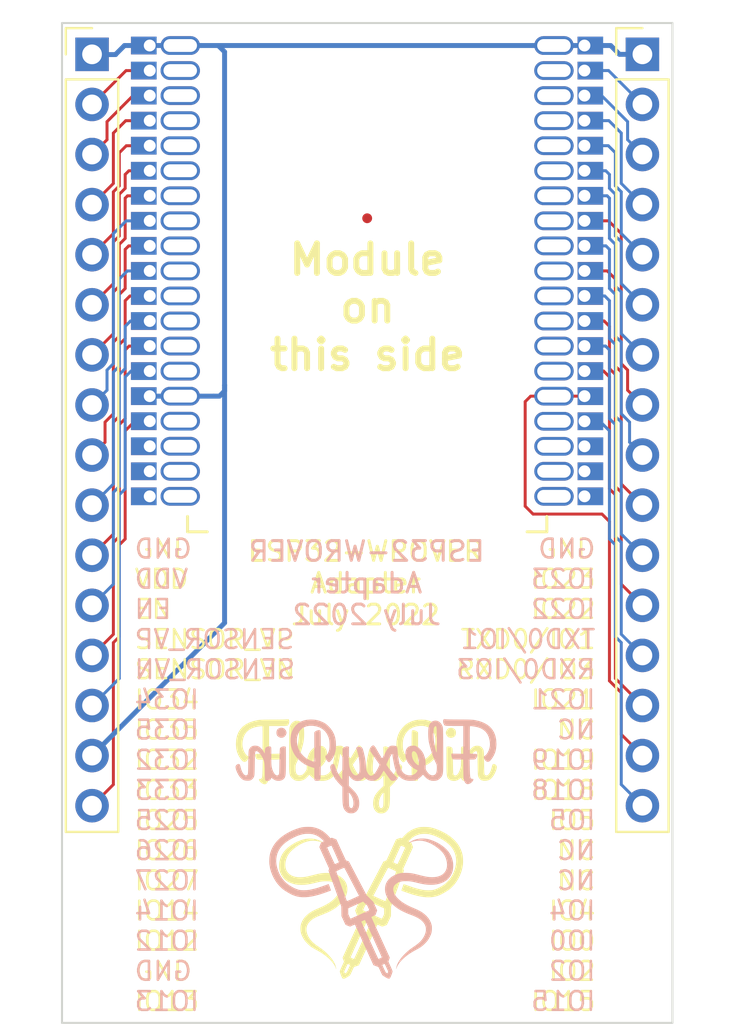
<source format=kicad_pcb>
(kicad_pcb (version 20211014) (generator pcbnew)
  (layers (0 "F.Cu" signal) (31 "B.Cu" signal) (34 "B.Paste" user) (35 "F.Paste" user) (36 "B.SilkS" user "B.Silkscreen") (37 "F.SilkS" user "F.Silkscreen") (38 "B.Mask" user) (39 "F.Mask" user) (44 "Edge.Cuts" user))
  (net 0 "")
  (net 1 "/GND")
  (net 2 "/VDD")
  (net 3 "/EN")
  (net 4 "/SENSOR_VP")
  (net 5 "/SENSOR_VN")
  (net 6 "/IO34")
  (net 7 "/IO35")
  (net 8 "/IO32")
  (net 9 "/IO33")
  (net 10 "/IO25")
  (net 11 "/IO26")
  (net 12 "/IO27")
  (net 13 "/IO14")
  (net 14 "/IO12")
  (net 15 "/IO13")
  (net 16 "/IO15")
  (net 17 "/IO2")
  (net 18 "/IO23")
  (net 19 "/IO22")
  (net 20 "/TXD0{slash}IO1")
  (net 21 "/RXD0{slash}IO3")
  (net 22 "/IO21")
  (net 23 "/NC")
  (net 24 "/IO19")
  (net 25 "/IO18")
  (net 26 "/IO5")
  (net 27 "/IO16")
  (net 28 "/IO4")
  (net 29 "/IO0")
  (net 33 "/IO17")
  (footprint "Connector_PinHeader_2.54mm:PinHeader_1x16_P2.54mm_Vertical" (layer "F.Cu") (at 162.052 81.788)
    (fp_text reference "J22" hide)
    (fp_text value "Conn_01x16")
    (pad "1" thru_hole rect (at 0 0) (size 1.7 1.7) (drill 1) (layers *.Cu *.Mask) (net 1 "/GND"))
    (pad "2" thru_hole oval (at 0 2.54) (size 1.7 1.7) (drill 1) (layers *.Cu *.Mask) (net 18 "/IO23"))
    (pad "3" thru_hole oval (at 0 5.08) (size 1.7 1.7) (drill 1) (layers *.Cu *.Mask) (net 19 "/IO22"))
    (pad "4" thru_hole oval (at 0 7.62) (size 1.7 1.7) (drill 1) (layers *.Cu *.Mask) (net 20 "/TXD0{slash}IO1"))
    (pad "5" thru_hole oval (at 0 10.16) (size 1.7 1.7) (drill 1) (layers *.Cu *.Mask) (net 21 "/RXD0{slash}IO3"))
    (pad "6" thru_hole oval (at 0 12.7) (size 1.7 1.7) (drill 1) (layers *.Cu *.Mask) (net 22 "/IO21"))
    (pad "7" thru_hole oval (at 0 15.24) (size 1.7 1.7) (drill 1) (layers *.Cu *.Mask) (net 23 "/NC"))
    (pad "8" thru_hole oval (at 0 17.78) (size 1.7 1.7) (drill 1) (layers *.Cu *.Mask) (net 24 "/IO19"))
    (pad "9" thru_hole oval (at 0 20.32) (size 1.7 1.7) (drill 1) (layers *.Cu *.Mask) (net 25 "/IO18"))
    (pad "10" thru_hole oval (at 0 22.86) (size 1.7 1.7) (drill 1) (layers *.Cu *.Mask) (net 26 "/IO5"))
    (pad "11" thru_hole oval (at 0 25.4) (size 1.7 1.7) (drill 1) (layers *.Cu *.Mask) (net 33 "/IO17"))
    (pad "12" thru_hole oval (at 0 27.94) (size 1.7 1.7) (drill 1) (layers *.Cu *.Mask) (net 27 "/IO16"))
    (pad "13" thru_hole oval (at 0 30.48) (size 1.7 1.7) (drill 1) (layers *.Cu *.Mask) (net 28 "/IO4"))
    (pad "14" thru_hole oval (at 0 33.02) (size 1.7 1.7) (drill 1) (layers *.Cu *.Mask) (net 29 "/IO0"))
    (pad "15" thru_hole oval (at 0 35.56) (size 1.7 1.7) (drill 1) (layers *.Cu *.Mask) (net 17 "/IO2"))
    (pad "16" thru_hole oval (at 0 38.1) (size 1.7 1.7) (drill 1) (layers *.Cu *.Mask) (net 16 "/IO15"))
  )
  (footprint "FlexyPin:FlexyPin_1x02_P1.27mm" (layer "F.Cu") (at 137.04 92.77)
    (fp_text reference "J4" hide)
    (fp_text value "Conn_01x02")
    (pad "" thru_hole oval (at 1.55 0 180) (size 2 0.95) (drill oval 1.7 0.65) (layers *.Cu *.Mask))
    (pad "" thru_hole oval (at 1.55 1.27 180) (size 2 0.95) (drill oval 1.7 0.65) (layers *.Cu *.Mask))
    (pad "1" thru_hole rect (at 0 0) (size 1.3 0.9) (drill 0.6 (offset -0.3 0)) (layers *.Cu *.Mask) (net 10 "/IO25"))
    (pad "2" thru_hole rect (at 0 1.27) (size 1.3 0.9) (drill 0.6 (offset -0.3 0)) (layers *.Cu *.Mask) (net 11 "/IO26"))
  )
  (footprint "FlexyPin:FlexyPin_1x02_P1.27mm" (layer "F.Cu") (at 137.04 100.39)
    (fp_text reference "J7" hide)
    (fp_text value "Conn_01x02")
    (pad "" thru_hole oval (at 1.55 1.27 180) (size 2 0.95) (drill oval 1.7 0.65) (layers *.Cu *.Mask))
    (pad "" thru_hole oval (at 1.55 0 180) (size 2 0.95) (drill oval 1.7 0.65) (layers *.Cu *.Mask))
    (pad "1" thru_hole rect (at 0 0) (size 1.3 0.9) (drill 0.6 (offset -0.3 0)) (layers *.Cu *.Mask) (net 15 "/IO13"))
    (pad "2" thru_hole rect (at 0 1.27) (size 1.3 0.9) (drill 0.6 (offset -0.3 0)) (layers *.Cu *.Mask))
  )
  (footprint "Connector_PinHeader_2.54mm:PinHeader_1x16_P2.54mm_Vertical" (layer "F.Cu") (at 134.112 81.788)
    (fp_text reference "J1" hide)
    (fp_text value "Conn_01x16")
    (pad "1" thru_hole rect (at 0 0) (size 1.7 1.7) (drill 1) (layers *.Cu *.Mask) (net 1 "/GND"))
    (pad "2" thru_hole oval (at 0 2.54) (size 1.7 1.7) (drill 1) (layers *.Cu *.Mask) (net 2 "/VDD"))
    (pad "3" thru_hole oval (at 0 5.08) (size 1.7 1.7) (drill 1) (layers *.Cu *.Mask) (net 3 "/EN"))
    (pad "4" thru_hole oval (at 0 7.62) (size 1.7 1.7) (drill 1) (layers *.Cu *.Mask) (net 4 "/SENSOR_VP"))
    (pad "5" thru_hole oval (at 0 10.16) (size 1.7 1.7) (drill 1) (layers *.Cu *.Mask) (net 5 "/SENSOR_VN"))
    (pad "6" thru_hole oval (at 0 12.7) (size 1.7 1.7) (drill 1) (layers *.Cu *.Mask) (net 6 "/IO34"))
    (pad "7" thru_hole oval (at 0 15.24) (size 1.7 1.7) (drill 1) (layers *.Cu *.Mask) (net 7 "/IO35"))
    (pad "8" thru_hole oval (at 0 17.78) (size 1.7 1.7) (drill 1) (layers *.Cu *.Mask) (net 8 "/IO32"))
    (pad "9" thru_hole oval (at 0 20.32) (size 1.7 1.7) (drill 1) (layers *.Cu *.Mask) (net 9 "/IO33"))
    (pad "10" thru_hole oval (at 0 22.86) (size 1.7 1.7) (drill 1) (layers *.Cu *.Mask) (net 10 "/IO25"))
    (pad "11" thru_hole oval (at 0 25.4) (size 1.7 1.7) (drill 1) (layers *.Cu *.Mask) (net 11 "/IO26"))
    (pad "12" thru_hole oval (at 0 27.94) (size 1.7 1.7) (drill 1) (layers *.Cu *.Mask) (net 12 "/IO27"))
    (pad "13" thru_hole oval (at 0 30.48) (size 1.7 1.7) (drill 1) (layers *.Cu *.Mask) (net 13 "/IO14"))
    (pad "14" thru_hole oval (at 0 33.02) (size 1.7 1.7) (drill 1) (layers *.Cu *.Mask) (net 14 "/IO12"))
    (pad "15" thru_hole oval (at 0 35.56) (size 1.7 1.7) (drill 1) (layers *.Cu *.Mask) (net 1 "/GND"))
    (pad "16" thru_hole oval (at 0 38.1) (size 1.7 1.7) (drill 1) (layers *.Cu *.Mask) (net 15 "/IO13"))
  )
  (footprint "FlexyPin:FlexyPin_1x02_P1.27mm" (layer "F.Cu") (at 137.04 95.31)
    (fp_text reference "J5" hide)
    (fp_text value "Conn_01x02")
    (pad "" thru_hole oval (at 1.55 1.27 180) (size 2 0.95) (drill oval 1.7 0.65) (layers *.Cu *.Mask))
    (pad "" thru_hole oval (at 1.55 0 180) (size 2 0.95) (drill oval 1.7 0.65) (layers *.Cu *.Mask))
    (pad "1" thru_hole rect (at 0 0) (size 1.3 0.9) (drill 0.6 (offset -0.3 0)) (layers *.Cu *.Mask) (net 12 "/IO27"))
    (pad "2" thru_hole rect (at 0 1.27) (size 1.3 0.9) (drill 0.6 (offset -0.3 0)) (layers *.Cu *.Mask) (net 13 "/IO14"))
  )
  (footprint "FlexyPin:FlexyPin_1x02_P1.27mm" (layer "F.Cu") (at 137.04 97.85)
    (fp_text reference "J6" hide)
    (fp_text value "Conn_01x02")
    (pad "" thru_hole oval (at 1.55 1.27 180) (size 2 0.95) (drill oval 1.7 0.65) (layers *.Cu *.Mask) (net 1 "/GND"))
    (pad "" thru_hole oval (at 1.55 0 180) (size 2 0.95) (drill oval 1.7 0.65) (layers *.Cu *.Mask))
    (pad "1" thru_hole rect (at 0 0) (size 1.3 0.9) (drill 0.6 (offset -0.3 0)) (layers *.Cu *.Mask) (net 14 "/IO12"))
    (pad "2" thru_hole rect (at 0 1.27) (size 1.3 0.9) (drill 0.6 (offset -0.3 0)) (layers *.Cu *.Mask) (net 1 "/GND"))
  )
  (footprint "FlexyPin:FlexyPin_1x02_P1.27mm" (layer "F.Cu") (at 137.04 82.61)
    (fp_text reference "J24" hide)
    (fp_text value "Conn_01x02")
    (pad "" thru_hole oval (at 1.55 1.27 180) (size 2 0.95) (drill oval 1.7 0.65) (layers *.Cu *.Mask))
    (pad "" thru_hole oval (at 1.55 0 180) (size 2 0.95) (drill oval 1.7 0.65) (layers *.Cu *.Mask))
    (pad "1" thru_hole rect (at 0 0) (size 1.3 0.9) (drill 0.6 (offset -0.3 0)) (layers *.Cu *.Mask) (net 2 "/VDD"))
    (pad "2" thru_hole rect (at 0 1.27) (size 1.3 0.9) (drill 0.6 (offset -0.3 0)) (layers *.Cu *.Mask) (net 3 "/EN"))
  )
  (footprint "FlexyPin:FlexyPin_1x02_P1.27mm" (layer "F.Cu") (at 159.1126 94.04 180)
    (fp_text reference "J17" hide)
    (fp_text value "Conn_01x02")
    (pad "" thru_hole oval (at 1.55 1.27) (size 2 0.95) (drill oval 1.7 0.65) (layers *.Cu *.Mask))
    (pad "" thru_hole oval (at 1.55 0) (size 2 0.95) (drill oval 1.7 0.65) (layers *.Cu *.Mask))
    (pad "1" thru_hole rect (at 0 0 180) (size 1.3 0.9) (drill 0.6 (offset -0.3 0)) (layers *.Cu *.Mask) (net 33 "/IO17"))
    (pad "2" thru_hole rect (at 0 1.27 180) (size 1.3 0.9) (drill 0.6 (offset -0.3 0)) (layers *.Cu *.Mask) (net 26 "/IO5"))
  )
  (footprint "LOGO" (layer "F.Cu") (at 148.05 117.893522)
    (fp_text reference "G***" hide)
    (fp_text value "LOGO" hide)
  )
  (footprint "FlexyPin:FlexyPin_1x02_P1.27mm" (layer "F.Cu") (at 159.11 86.42 180)
    (fp_text reference "J27" hide)
    (fp_text value "Conn_01x02")
    (pad "" thru_hole oval (at 1.55 1.27) (size 2 0.95) (drill oval 1.7 0.65) (layers *.Cu *.Mask))
    (pad "" thru_hole oval (at 1.55 0) (size 2 0.95) (drill oval 1.7 0.65) (layers *.Cu *.Mask))
    (pad "1" thru_hole rect (at 0 0 180) (size 1.3 0.9) (drill 0.6 (offset -0.3 0)) (layers *.Cu *.Mask) (net 21 "/RXD0{slash}IO3"))
    (pad "2" thru_hole rect (at 0 1.27 180) (size 1.3 0.9) (drill 0.6 (offset -0.3 0)) (layers *.Cu *.Mask) (net 20 "/TXD0{slash}IO1"))
  )
  (footprint "FlexyPin:FlexyPin_1x02_P1.27mm" (layer "F.Cu") (at 159.1126 91.5 180)
    (fp_text reference "J16" hide)
    (fp_text value "Conn_01x02")
    (pad "" thru_hole oval (at 1.55 0) (size 2 0.95) (drill oval 1.7 0.65) (layers *.Cu *.Mask))
    (pad "" thru_hole oval (at 1.55 1.27) (size 2 0.95) (drill oval 1.7 0.65) (layers *.Cu *.Mask))
    (pad "1" thru_hole rect (at 0 0 180) (size 1.3 0.9) (drill 0.6 (offset -0.3 0)) (layers *.Cu *.Mask) (net 25 "/IO18"))
    (pad "2" thru_hole rect (at 0 1.27 180) (size 1.3 0.9) (drill 0.6 (offset -0.3 0)) (layers *.Cu *.Mask) (net 24 "/IO19"))
  )
  (footprint "FlexyPin:FlexyPin_1x02_P1.27mm" (layer "F.Cu") (at 159.1126 96.58 180)
    (fp_text reference "J18" hide)
    (fp_text value "Conn_01x02")
    (pad "" thru_hole oval (at 1.55 1.27) (size 2 0.95) (drill oval 1.7 0.65) (layers *.Cu *.Mask))
    (pad "" thru_hole oval (at 1.55 0) (size 2 0.95) (drill oval 1.7 0.65) (layers *.Cu *.Mask))
    (pad "1" thru_hole rect (at 0 0 180) (size 1.3 0.9) (drill 0.6 (offset -0.3 0)) (layers *.Cu *.Mask) (net 28 "/IO4"))
    (pad "2" thru_hole rect (at 0 1.27 180) (size 1.3 0.9) (drill 0.6 (offset -0.3 0)) (layers *.Cu *.Mask) (net 27 "/IO16"))
  )
  (footprint "FlexyPin:FlexyPin_1x02_P1.27mm" (layer "F.Cu") (at 159.1126 99.12 180)
    (fp_text reference "J19" hide)
    (fp_text value "Conn_01x02")
    (pad "" thru_hole oval (at 1.55 0) (size 2 0.95) (drill oval 1.7 0.65) (layers *.Cu *.Mask) (net 17 "/IO2"))
    (pad "" thru_hole oval (at 1.55 1.27) (size 2 0.95) (drill oval 1.7 0.65) (layers *.Cu *.Mask))
    (pad "1" thru_hole rect (at 0 0 180) (size 1.3 0.9) (drill 0.6 (offset -0.3 0)) (layers *.Cu *.Mask) (net 17 "/IO2"))
    (pad "2" thru_hole rect (at 0 1.27 180) (size 1.3 0.9) (drill 0.6 (offset -0.3 0)) (layers *.Cu *.Mask) (net 29 "/IO0"))
  )
  (footprint "FlexyPin:FlexyPin_1x02_P1.27mm" (layer "F.Cu") (at 137.04 87.69)
    (fp_text reference "J2" hide)
    (fp_text value "Conn_01x02")
    (pad "" thru_hole oval (at 1.55 0 180) (size 2 0.95) (drill oval 1.7 0.65) (layers *.Cu *.Mask))
    (pad "" thru_hole oval (at 1.55 1.27 180) (size 2 0.95) (drill oval 1.7 0.65) (layers *.Cu *.Mask))
    (pad "1" thru_hole rect (at 0 0) (size 1.3 0.9) (drill 0.6 (offset -0.3 0)) (layers *.Cu *.Mask) (net 6 "/IO34"))
    (pad "2" thru_hole rect (at 0 1.27) (size 1.3 0.9) (drill 0.6 (offset -0.3 0)) (layers *.Cu *.Mask) (net 7 "/IO35"))
  )
  (footprint "FlexyPin:FlexyPin_1x02_P1.27mm" (layer "F.Cu") (at 137.04 90.23)
    (fp_text reference "J3" hide)
    (fp_text value "Conn_01x02")
    (pad "" thru_hole oval (at 1.55 1.27 180) (size 2 0.95) (drill oval 1.7 0.65) (layers *.Cu *.Mask))
    (pad "" thru_hole oval (at 1.55 0 180) (size 2 0.95) (drill oval 1.7 0.65) (layers *.Cu *.Mask))
    (pad "1" thru_hole rect (at 0 0) (size 1.3 0.9) (drill 0.6 (offset -0.3 0)) (layers *.Cu *.Mask) (net 8 "/IO32"))
    (pad "2" thru_hole rect (at 0 1.27) (size 1.3 0.9) (drill 0.6 (offset -0.3 0)) (layers *.Cu *.Mask) (net 9 "/IO33"))
  )
  (footprint "FlexyPin:FlexyPin_1x01_P1.27mm" (layer "F.Cu") (at 137.04 81.34)
    (fp_text reference "J12" hide)
    (fp_text value "Conn_01x01")
    (pad "" thru_hole oval locked (at 1.55 0) (size 2 0.95) (drill oval 1.7 0.65) (layers *.Cu *.Mask) (net 1 "/GND"))
    (pad "1" thru_hole rect locked (at 0 0) (size 1.3 0.9) (drill 0.6 (offset -0.3 0)) (layers *.Cu *.Mask) (net 1 "/GND"))
  )
  (footprint "FlexyPin:FlexyPin_1x02_P1.27mm" (layer "F.Cu") (at 159.1126 104.2 180)
    (fp_text reference "J21" hide)
    (fp_text value "Conn_01x02")
    (pad "" thru_hole oval (at 1.55 0) (size 2 0.95) (drill oval 1.7 0.65) (layers *.Cu *.Mask))
    (pad "" thru_hole oval (at 1.55 1.27) (size 2 0.95) (drill oval 1.7 0.65) (layers *.Cu *.Mask))
    (pad "1" thru_hole rect (at 0 0 180) (size 1.3 0.9) (drill 0.6 (offset -0.3 0)) (layers *.Cu *.Mask))
    (pad "2" thru_hole rect (at 0 1.27 180) (size 1.3 0.9) (drill 0.6 (offset -0.3 0)) (layers *.Cu *.Mask))
  )
  (footprint "Symbols_Extra:SolderParty-New-Logo_10x8.5mm_SilkScreen" (layer "F.Cu") (at 148.6 124.493522)
    (fp_text reference "G***" hide)
    (fp_text value "LOGO" hide)
  )
  (footprint "Fiducial:Fiducial_0.5mm_Mask1.5mm" (layer "F.Cu") (at 148.08 90.1)
    (fp_text reference "REF**" hide)
    (fp_text value "Fiducial_0.5mm_Mask1.5mm")
    (pad "" smd circle (at 0 0) (size 0.5 0.5) (layers "F.Cu") (clearance 0.5))
  )
  (footprint "FlexyPin:FlexyPin_1x02_P1.27mm" (layer "F.Cu") (at 159.1126 88.96 180)
    (fp_text reference "J15" hide)
    (fp_text value "Conn_01x02")
    (pad "" thru_hole oval (at 1.55 1.27) (size 2 0.95) (drill oval 1.7 0.65) (layers *.Cu *.Mask))
    (pad "" thru_hole oval (at 1.55 0) (size 2 0.95) (drill oval 1.7 0.65) (layers *.Cu *.Mask))
    (pad "1" thru_hole rect (at 0 0 180) (size 1.3 0.9) (drill 0.6 (offset -0.3 0)) (layers *.Cu *.Mask) (net 23 "/NC"))
    (pad "2" thru_hole rect (at 0 1.27 180) (size 1.3 0.9) (drill 0.6 (offset -0.3 0)) (layers *.Cu *.Mask) (net 22 "/IO21"))
  )
  (footprint "FlexyPin:FlexyPin_1x02_P1.27mm" (layer "F.Cu") (at 137.04 102.93)
    (fp_text reference "J8" hide)
    (fp_text value "Conn_01x02")
    (pad "" thru_hole oval (at 1.55 0 180) (size 2 0.95) (drill oval 1.7 0.65) (layers *.Cu *.Mask))
    (pad "" thru_hole oval (at 1.55 1.27 180) (size 2 0.95) (drill oval 1.7 0.65) (layers *.Cu *.Mask))
    (pad "1" thru_hole rect (at 0 0) (size 1.3 0.9) (drill 0.6 (offset -0.3 0)) (layers *.Cu *.Mask))
    (pad "2" thru_hole rect (at 0 1.27) (size 1.3 0.9) (drill 0.6 (offset -0.3 0)) (layers *.Cu *.Mask))
  )
  (footprint "FlexyPin:FlexyPin_1x02_P1.27mm" (layer "F.Cu") (at 159.11 83.88 180)
    (fp_text reference "J25" hide)
    (fp_text value "Conn_01x02")
    (pad "" thru_hole oval (at 1.55 0) (size 2 0.95) (drill oval 1.7 0.65) (layers *.Cu *.Mask))
    (pad "" thru_hole oval (at 1.55 1.27) (size 2 0.95) (drill oval 1.7 0.65) (layers *.Cu *.Mask))
    (pad "1" thru_hole rect (at 0 0 180) (size 1.3 0.9) (drill 0.6 (offset -0.3 0)) (layers *.Cu *.Mask) (net 19 "/IO22"))
    (pad "2" thru_hole rect (at 0 1.27 180) (size 1.3 0.9) (drill 0.6 (offset -0.3 0)) (layers *.Cu *.Mask) (net 18 "/IO23"))
  )
  (footprint "FlexyPin:FlexyPin_1x02_P1.27mm" (layer "F.Cu") (at 159.1126 101.6645 180)
    (fp_text reference "J20" hide)
    (fp_text value "Conn_01x02")
    (pad "" thru_hole oval (at 1.55 1.27) (size 2 0.95) (drill oval 1.7 0.65) (layers *.Cu *.Mask))
    (pad "" thru_hole oval (at 1.55 0) (size 2 0.95) (drill oval 1.7 0.65) (layers *.Cu *.Mask))
    (pad "1" thru_hole rect (at 0 0 180) (size 1.3 0.9) (drill 0.6 (offset -0.3 0)) (layers *.Cu *.Mask))
    (pad "2" thru_hole rect (at 0 1.27 180) (size 1.3 0.9) (drill 0.6 (offset -0.3 0)) (layers *.Cu *.Mask) (net 16 "/IO15"))
  )
  (footprint "FlexyPin:FlexyPin_1x02_P1.27mm" (layer "F.Cu") (at 137.04 85.15)
    (fp_text reference "J26" hide)
    (fp_text value "Conn_01x02")
    (pad "" thru_hole oval (at 1.55 1.27 180) (size 2 0.95) (drill oval 1.7 0.65) (layers *.Cu *.Mask))
    (pad "" thru_hole oval (at 1.55 0 180) (size 2 0.95) (drill oval 1.7 0.65) (layers *.Cu *.Mask))
    (pad "1" thru_hole rect (at 0 0) (size 1.3 0.9) (drill 0.6 (offset -0.3 0)) (layers *.Cu *.Mask) (net 4 "/SENSOR_VP"))
    (pad "2" thru_hole rect (at 0 1.27) (size 1.3 0.9) (drill 0.6 (offset -0.3 0)) (layers *.Cu *.Mask) (net 5 "/SENSOR_VN"))
  )
  (footprint "FlexyPin:FlexyPin_1x01_P1.27mm" (layer "F.Cu") (at 159.11 81.34 180)
    (fp_text reference "J23" hide)
    (fp_text value "Conn_01x01")
    (pad "" thru_hole oval locked (at 1.55 0 180) (size 2 0.95) (drill oval 1.7 0.65) (layers *.Cu *.Mask) (net 1 "/GND"))
    (pad "1" thru_hole rect locked (at 0 0 180) (size 1.3 0.9) (drill 0.6 (offset -0.3 0)) (layers *.Cu *.Mask) (net 1 "/GND"))
  )
  (footprint "Symbols_Extra:SolderParty-New-Logo_10x8.5mm_SilkScreen" (layer "B.Cu") (at 147.457601 124.489671 180)
    (fp_text reference "G***" hide)
    (fp_text value "LOGO" hide)
  )
  (footprint "LOGO" (layer "B.Cu") (at 148.007601 117.889671 180)
    (fp_text reference "G***" hide)
    (fp_text value "LOGO" hide)
  )
  (gr_line (start 138.96 106) (end 139.96 106) (layer "F.SilkS") (width 0.15))
  (gr_line (start 138.96 105.22) (end 138.96 106) (layer "F.SilkS") (width 0.15))
  (gr_line (start 157.2 105.22) (end 157.2 106) (layer "F.SilkS") (width 0.15))
  (gr_line (start 157.2 106) (end 156.2 106) (layer "F.SilkS") (width 0.15))
  (gr_line (start 132.588 80.2) (end 163.576 80.2) (layer "Edge.Cuts") (width 0.1))
  (gr_line (start 163.576 130.9) (end 132.588 130.9) (layer "Edge.Cuts") (width 0.1))
  (gr_line (start 163.576 80.2) (end 163.576 130.9) (layer "Edge.Cuts") (width 0.1))
  (gr_line (start 132.588 130.9) (end 132.588 80.2) (layer "Edge.Cuts") (width 0.1))
  (gr_text "ESP32-WROVER\nAdapter\nJuly 2022" (at 148.057601 108.6) (layer "B.SilkS") (effects (font (size 1 1)) (justify mirror)))
  (gr_text "GND\nIO23\nIO22\nTXD0/IO1\nRXD0/IO3\nIO21\nNC\nIO19\nIO18\nIO5\nNC\nNC\nIO4\nIO0\nIO2\nIO15" (at 159.74499 118.334232) (layer "B.SilkS") (effects (font (size 0.95 0.95) (thickness 0.13)) (justify left mirror)))
  (gr_text "GND\nVDD\nEN\nSENSOR_VP\nSENSOR_VN\nIO34\nIO35\nIO32\nIO33\nIO25\nIO26\nIO27\nIO14\nIO12\nGND\nIO13" (at 136.192188 118.337437) (layer "B.SilkS") (effects (font (size 0.95 0.95) (thickness 0.13)) (justify right mirror)))
  (gr_text "Module\non\nthis side" (at 148.1 94.61) (layer "F.SilkS") (effects (font (size 1.5 1.5) (thickness 0.3) bold)))
  (gr_text "GND\nVDD\nEN\nSENSOR_VP\nSENSOR_VN\nIO34\nIO35\nIO32\nIO33\nIO25\nIO26\nIO27\nIO14\nIO12\nGND\nIO13" (at 136.2 118.337438) (layer "F.SilkS") (effects (font (size 0.95 0.95) (thickness 0.13)) (justify left)))
  (gr_text "GND\nIO23\nIO22\nTXD0/IO1\nRXD0/IO3\nIO21\nNC\nIO19\nIO18\nIO5\nNC\nNC\nIO4\nIO0\nIO2\nIO15" (at 159.75 118.337438) (layer "F.SilkS") (effects (font (size 0.95 0.95) (thickness 0.13)) (justify right)))
  (gr_text "ESP32-WROVER\nAdapter\nJuly 2022" (at 148 108.603851) (layer "F.SilkS") (effects (font (size 1 1))))
  (segment (start 140.84 98.56) (end 140.84 110.62) (width 0.25) (layer "B.Cu") (net 1))
  (segment (start 140.56 81.34) (end 140.56 81.38) (width 0.25) (layer "B.Cu") (net 1))
  (segment (start 140.28 99.12) (end 140.58 99.12) (width 0.25) (layer "B.Cu") (net 1))
  (segment (start 135.3 81.8) (end 135.76 81.34) (width 0.25) (layer "B.Cu") (net 1))
  (segment (start 140.56 81.38) (end 140.84 81.66) (width 0.25) (layer "B.Cu") (net 1))
  (segment (start 138.6 99.12) (end 140.29 99.12) (width 0.25) (layer "B.Cu") (net 1))
  (segment (start 135.76 81.34) (end 137.04 81.34) (width 0.25) (layer "B.Cu") (net 1))
  (segment (start 140.84 98.86) (end 140.84 98.56) (width 0.25) (layer "B.Cu") (net 1))
  (segment (start 140.84 98.56) (end 140.84 81.66) (width 0.25) (layer "B.Cu") (net 1))
  (segment (start 134.122 81.788) (end 134.134 81.8) (width 0.25) (layer "B.Cu") (net 1))
  (segment (start 162.052 81.788) (end 160.888 81.788) (width 0.25) (layer "B.Cu") (net 1))
  (segment (start 137.05 99.12) (end 138.6 99.12) (width 0.25) (layer "B.Cu") (net 1))
  (segment (start 160.888 81.788) (end 160.44 81.34) (width 0.25) (layer "B.Cu") (net 1))
  (segment (start 134.134 81.8) (end 135.31 81.8) (width 0.25) (layer "B.Cu") (net 1))
  (segment (start 140.58 99.12) (end 140.84 98.86) (width 0.25) (layer "B.Cu") (net 1))
  (segment (start 160.44 81.34) (end 159.11 81.34) (width 0.25) (layer "B.Cu") (net 1))
  (segment (start 140.84 81.34) (end 140.56 81.34) (width 0.25) (layer "B.Cu") (net 1))
  (segment (start 159.11 81.34) (end 140.84 81.34) (width 0.25) (layer "B.Cu") (net 1))
  (segment (start 140.84 110.62) (end 134.112 117.348) (width 0.25) (layer "B.Cu") (net 1))
  (segment (start 140.56 81.34) (end 137.04 81.34) (width 0.25) (layer "B.Cu") (net 1))
  (segment (start 137.062 82.612) (end 135.838 82.612) (width 0.15) (layer "F.Cu") (net 2))
  (segment (start 135.838 82.612) (end 134.12 84.33) (width 0.15) (layer "F.Cu") (net 2))
  (segment (start 134.872 85.202) (end 134.872 86.118) (width 0.15) (layer "F.Cu") (net 3))
  (segment (start 136.192 83.882) (end 134.872 85.202) (width 0.15) (layer "F.Cu") (net 3))
  (segment (start 134.872 86.118) (end 134.12 86.87) (width 0.15) (layer "F.Cu") (net 3))
  (segment (start 137.062 83.882) (end 136.192 83.882) (width 0.15) (layer "F.Cu") (net 3))
  (segment (start 137.062 85.152) (end 135.822 85.152) (width 0.15) (layer "F.Cu") (net 4))
  (segment (start 135.194511 88.335489) (end 134.12 89.41) (width 0.15) (layer "F.Cu") (net 4))
  (segment (start 135.194511 85.779489) (end 135.194511 88.335489) (width 0.15) (layer "F.Cu") (net 4))
  (segment (start 135.822 85.152) (end 135.194511 85.779489) (width 0.15) (layer "F.Cu") (net 4))
  (segment (start 135.852 86.422) (end 135.494031 86.779969) (width 0.15) (layer "F.Cu") (net 5))
  (segment (start 135.194511 88.759075) (end 135.194511 90.875489) (width 0.15) (layer "F.Cu") (net 5))
  (segment (start 137.062 86.422) (end 135.852 86.422) (width 0.15) (layer "F.Cu") (net 5))
  (segment (start 135.194511 90.875489) (end 134.12 91.95) (width 0.15) (layer "F.Cu") (net 5))
  (segment (start 135.494031 88.459555) (end 135.194511 88.759075) (width 0.15) (layer "F.Cu") (net 5))
  (segment (start 135.494031 86.779969) (end 135.494031 88.459555) (width 0.15) (layer "F.Cu") (net 5))
  (segment (start 137.0594 87.692) (end 135.982 87.692) (width 0.15) (layer "F.Cu") (net 6))
  (segment (start 135.982 87.692) (end 135.793551 87.880449) (width 0.15) (layer "F.Cu") (net 6))
  (segment (start 135.194511 91.299075) (end 135.194511 93.415489) (width 0.15) (layer "F.Cu") (net 6))
  (segment (start 135.793551 88.583621) (end 135.494031 88.883141) (width 0.15) (layer "F.Cu") (net 6))
  (segment (start 135.793551 87.880449) (end 135.793551 88.583621) (width 0.15) (layer "F.Cu") (net 6))
  (segment (start 135.194511 93.415489) (end 134.12 94.49) (width 0.15) (layer "F.Cu") (net 6))
  (segment (start 135.494031 88.883141) (end 135.494031 90.999555) (width 0.15) (layer "F.Cu") (net 6))
  (segment (start 135.494031 90.999555) (end 135.194511 91.299075) (width 0.15) (layer "F.Cu") (net 6))
  (segment (start 135.793551 91.123621) (end 135.494031 91.423141) (width 0.15) (layer "F.Cu") (net 7))
  (segment (start 137.0594 88.962) (end 135.912 88.962) (width 0.15) (layer "F.Cu") (net 7))
  (segment (start 135.194511 93.839075) (end 135.194511 95.955489) (width 0.15) (layer "F.Cu") (net 7))
  (segment (start 135.494031 91.423141) (end 135.494031 93.539554) (width 0.15) (layer "F.Cu") (net 7))
  (segment (start 135.194511 95.955489) (end 134.12 97.03) (width 0.15) (layer "F.Cu") (net 7))
  (segment (start 135.793551 89.080449) (end 135.793551 91.123621) (width 0.15) (layer "F.Cu") (net 7))
  (segment (start 135.494031 93.539554) (end 135.194511 93.839075) (width 0.15) (layer "F.Cu") (net 7))
  (segment (start 135.912 88.962) (end 135.793551 89.080449) (width 0.15) (layer "F.Cu") (net 7))
  (segment (start 134.12 99.57) (end 134.872 98.818) (width 0.15) (layer "B.Cu") (net 8))
  (segment (start 134.872 97.797589) (end 135.194511 97.475078) (width 0.15) (layer "B.Cu") (net 8))
  (segment (start 135.194511 90.879489) (end 135.842 90.232) (width 0.15) (layer "B.Cu") (net 8))
  (segment (start 135.194511 97.475078) (end 135.194511 90.879489) (width 0.15) (layer "B.Cu") (net 8))
  (segment (start 134.872 98.818) (end 134.872 97.797589) (width 0.15) (layer "B.Cu") (net 8))
  (segment (start 135.842 90.232) (end 137.0594 90.232) (width 0.15) (layer "B.Cu") (net 8))
  (segment (start 135.194511 96.379075) (end 135.494031 96.079555) (width 0.15) (layer "F.Cu") (net 9))
  (segment (start 135.494031 96.079555) (end 135.494031 93.963139) (width 0.15) (layer "F.Cu") (net 9))
  (segment (start 134.772 100.437589) (end 135.194511 100.015078) (width 0.15) (layer "F.Cu") (net 9))
  (segment (start 134.12 102.11) (end 134.772 101.458) (width 0.15) (layer "F.Cu") (net 9))
  (segment (start 135.972 91.502) (end 137.0594 91.502) (width 0.15) (layer "F.Cu") (net 9))
  (segment (start 135.793551 91.680449) (end 135.972 91.502) (width 0.15) (layer "F.Cu") (net 9))
  (segment (start 134.772 101.458) (end 134.772 100.437589) (width 0.15) (layer "F.Cu") (net 9))
  (segment (start 135.194511 100.015078) (end 135.194511 96.379075) (width 0.15) (layer "F.Cu") (net 9))
  (segment (start 135.494031 93.963139) (end 135.793551 93.663619) (width 0.15) (layer "F.Cu") (net 9))
  (segment (start 135.793551 93.663619) (end 135.793551 91.680449) (width 0.15) (layer "F.Cu") (net 9))
  (segment (start 135.194511 97.898663) (end 135.494031 97.599143) (width 0.15) (layer "B.Cu") (net 10))
  (segment (start 135.902 92.772) (end 137.0594 92.772) (width 0.15) (layer "B.Cu") (net 10))
  (segment (start 135.494031 97.599143) (end 135.494031 93.179969) (width 0.15) (layer "B.Cu") (net 10))
  (segment (start 135.494031 93.179969) (end 135.902 92.772) (width 0.15) (layer "B.Cu") (net 10))
  (segment (start 135.194511 103.575489) (end 135.194511 97.898663) (width 0.15) (layer "B.Cu") (net 10))
  (segment (start 134.12 104.65) (end 135.194511 103.575489) (width 0.15) (layer "B.Cu") (net 10))
  (segment (start 134.12 107.19) (end 135.194511 106.115489) (width 0.15) (layer "F.Cu") (net 11))
  (segment (start 135.194511 100.438664) (end 135.494031 100.139143) (width 0.15) (layer "F.Cu") (net 11))
  (segment (start 135.494031 100.139143) (end 135.494031 96.50314) (width 0.15) (layer "F.Cu") (net 11))
  (segment (start 135.194511 106.115489) (end 135.194511 100.438664) (width 0.15) (layer "F.Cu") (net 11))
  (segment (start 136.032 94.042) (end 137.0594 94.042) (width 0.15) (layer "F.Cu") (net 11))
  (segment (start 135.494031 96.50314) (end 135.793551 96.20362) (width 0.15) (layer "F.Cu") (net 11))
  (segment (start 135.793551 94.280449) (end 136.032 94.042) (width 0.15) (layer "F.Cu") (net 11))
  (segment (start 135.793551 96.20362) (end 135.793551 94.280449) (width 0.15) (layer "F.Cu") (net 11))
  (segment (start 135.494031 103.699555) (end 135.194511 103.999075) (width 0.15) (layer "B.Cu") (net 12))
  (segment (start 135.793551 97.723209) (end 135.494031 98.022729) (width 0.15) (layer "B.Cu") (net 12))
  (segment (start 137.0594 95.312) (end 136.062 95.312) (width 0.15) (layer "B.Cu") (net 12))
  (segment (start 135.194511 103.999075) (end 135.194511 108.655489) (width 0.15) (layer "B.Cu") (net 12))
  (segment (start 135.194511 108.655489) (end 134.12 109.73) (width 0.15) (layer "B.Cu") (net 12))
  (segment (start 135.494031 98.022729) (end 135.494031 103.699555) (width 0.15) (layer "B.Cu") (net 12))
  (segment (start 135.793551 95.580449) (end 135.793551 97.723209) (width 0.15) (layer "B.Cu") (net 12))
  (segment (start 136.062 95.312) (end 135.793551 95.580449) (width 0.15) (layer "B.Cu") (net 12))
  (segment (start 135.79355 100.26321) (end 135.793551 96.780449) (width 0.15) (layer "F.Cu") (net 13))
  (segment (start 135.194511 106.539075) (end 135.494031 106.239554) (width 0.15) (layer "F.Cu") (net 13))
  (segment (start 135.793551 96.780449) (end 135.992 96.582) (width 0.15) (layer "F.Cu") (net 13))
  (segment (start 134.12 112.27) (end 135.194511 111.195489) (width 0.15) (layer "F.Cu") (net 13))
  (segment (start 135.494031 106.239554) (end 135.494031 100.562729) (width 0.15) (layer "F.Cu") (net 13))
  (segment (start 135.194511 111.195489) (end 135.194511 106.539075) (width 0.15) (layer "F.Cu") (net 13))
  (segment (start 135.992 96.582) (end 137.0594 96.582) (width 0.15) (layer "F.Cu") (net 13))
  (segment (start 135.494031 100.562729) (end 135.79355 100.26321) (width 0.15) (layer "F.Cu") (net 13))
  (segment (start 135.793551 103.823621) (end 135.494031 104.12314) (width 0.15) (layer "B.Cu") (net 14))
  (segment (start 136.088346 97.852) (end 135.793551 98.146795) (width 0.15) (layer "B.Cu") (net 14))
  (segment (start 135.494031 104.12314) (end 135.494031 113.435969) (width 0.15) (layer "B.Cu") (net 14))
  (segment (start 137.0594 97.852) (end 136.088346 97.852) (width 0.15) (layer "B.Cu") (net 14))
  (segment (start 135.793551 98.146795) (end 135.793551 103.823621) (width 0.15) (layer "B.Cu") (net 14))
  (segment (start 135.494031 113.435969) (end 134.12 114.81) (width 0.15) (layer "B.Cu") (net 14))
  (segment (start 135.494031 111.319555) (end 135.194511 111.619075) (width 0.15) (layer "F.Cu") (net 15))
  (segment (start 135.194511 111.619075) (end 135.194511 118.815489) (width 0.15) (layer "F.Cu") (net 15))
  (segment (start 135.793551 106.363619) (end 135.494031 106.663139) (width 0.15) (layer "F.Cu") (net 15))
  (segment (start 135.194511 118.815489) (end 134.12 119.89) (width 0.15) (layer "F.Cu") (net 15))
  (segment (start 136.2775 100.3965) (end 135.793551 100.880449) (width 0.15) (layer "F.Cu") (net 15))
  (segment (start 137.0594 100.3965) (end 136.2775 100.3965) (width 0.15) (layer "F.Cu") (net 15))
  (segment (start 135.793551 100.880449) (end 135.793551 106.363619) (width 0.15) (layer "F.Cu") (net 15))
  (segment (start 135.494031 106.663139) (end 135.494031 111.319555) (width 0.15) (layer "F.Cu") (net 15))
  (segment (start 160.677969 111.317555) (end 160.977489 111.617075) (width 0.15) (layer "B.Cu") (net 16))
  (segment (start 160.977489 111.617075) (end 160.977489 118.813489) (width 0.15) (layer "B.Cu") (net 16))
  (segment (start 160.378449 100.878449) (end 160.378449 106.361619) (width 0.15) (layer "B.Cu") (net 16))
  (segment (start 160.677969 106.661139) (end 160.677969 111.317555) (width 0.15) (layer "B.Cu") (net 16))
  (segment (start 160.977489 118.813489) (end 162.052 119.888) (width 0.15) (layer "B.Cu") (net 16))
  (segment (start 159.1126 100.3945) (end 159.8945 100.3945) (width 0.15) (layer "B.Cu") (net 16))
  (segment (start 159.8945 100.3945) (end 160.378449 100.878449) (width 0.15) (layer "B.Cu") (net 16))
  (segment (start 160.378449 106.361619) (end 160.677969 106.661139) (width 0.15) (layer "B.Cu") (net 16))
  (segment (start 156.1 99.4) (end 156.1 104.7) (width 0.15) (layer "F.Cu") (net 17))
  (segment (start 160.977489 116.273489) (end 162.052 117.348) (width 0.15) (layer "F.Cu") (net 17))
  (segment (start 156.1 104.7) (end 156.5 105.1) (width 0.15) (layer "F.Cu") (net 17))
  (segment (start 160.977489 114.157075) (end 160.977489 116.273489) (width 0.15) (layer "F.Cu") (net 17))
  (segment (start 156.5 105.1) (end 160 105.1) (width 0.15) (layer "F.Cu") (net 17))
  (segment (start 157.5626 99.12) (end 156.38 99.12) (width 0.15) (layer "F.Cu") (net 17))
  (segment (start 160 105.1) (end 160.378449 105.478449) (width 0.15) (layer "F.Cu") (net 17))
  (segment (start 160.378449 113.558035) (end 160.977489 114.157075) (width 0.15) (layer "F.Cu") (net 17))
  (segment (start 160.378449 105.478449) (end 160.378449 113.558035) (width 0.15) (layer "F.Cu") (net 17))
  (segment (start 156.38 99.12) (end 156.1 99.4) (width 0.15) (layer "F.Cu") (net 17))
  (segment (start 159.1126 99.12) (end 157.5626 99.12) (width 0.15) (layer "F.Cu") (net 17))
  (segment (start 160.334 82.61) (end 162.052 84.328) (width 0.15) (layer "B.Cu") (net 18))
  (segment (start 159.11 82.61) (end 160.334 82.61) (width 0.15) (layer "B.Cu") (net 18))
  (segment (start 161.3 86.116) (end 162.052 86.868) (width 0.15) (layer "B.Cu") (net 19))
  (segment (start 159.11 83.88) (end 159.98 83.88) (width 0.15) (layer "B.Cu") (net 19))
  (segment (start 161.3 85.2) (end 161.3 86.116) (width 0.15) (layer "B.Cu") (net 19))
  (segment (start 159.98 83.88) (end 161.3 85.2) (width 0.15) (layer "B.Cu") (net 19))
  (segment (start 159.11 85.15) (end 160.35 85.15) (width 0.15) (layer "B.Cu") (net 20))
  (segment (start 160.35 85.15) (end 160.977489 85.777489) (width 0.15) (layer "B.Cu") (net 20))
  (segment (start 160.977489 85.777489) (end 160.977489 88.333489) (width 0.15) (layer "B.Cu") (net 20))
  (segment (start 160.977489 88.333489) (end 162.052 89.408) (width 0.15) (layer "B.Cu") (net 20))
  (segment (start 160.977489 90.873489) (end 162.052 91.948) (width 0.15) (layer "B.Cu") (net 21))
  (segment (start 159.11 86.42) (end 160.32 86.42) (width 0.15) (layer "B.Cu") (net 21))
  (segment (start 160.677969 88.457555) (end 160.977489 88.757075) (width 0.15) (layer "B.Cu") (net 21))
  (segment (start 160.677969 86.777969) (end 160.677969 88.457555) (width 0.15) (layer "B.Cu") (net 21))
  (segment (start 160.32 86.42) (end 160.677969 86.777969) (width 0.15) (layer "B.Cu") (net 21))
  (segment (start 160.977489 88.757075) (end 160.977489 90.873489) (width 0.15) (layer "B.Cu") (net 21))
  (segment (start 160.677969 90.997555) (end 160.977489 91.297075) (width 0.15) (layer "B.Cu") (net 22))
  (segment (start 160.378449 87.878449) (end 160.378449 88.581621) (width 0.15) (layer "B.Cu") (net 22))
  (segment (start 160.977489 93.413489) (end 162.052 94.488) (width 0.15) (layer "B.Cu") (net 22))
  (segment (start 160.977489 91.297075) (end 160.977489 93.413489) (width 0.15) (layer "B.Cu") (net 22))
  (segment (start 160.677969 88.881141) (end 160.677969 90.997555) (width 0.15) (layer "B.Cu") (net 22))
  (segment (start 160.378449 88.581621) (end 160.677969 88.881141) (width 0.15) (layer "B.Cu") (net 22))
  (segment (start 159.1126 87.69) (end 160.19 87.69) (width 0.15) (layer "B.Cu") (net 22))
  (segment (start 160.19 87.69) (end 160.378449 87.878449) (width 0.15) (layer "B.Cu") (net 22))
  (segment (start 160.378449 91.121621) (end 160.677969 91.421141) (width 0.15) (layer "B.Cu") (net 23))
  (segment (start 160.677969 93.537554) (end 160.977489 93.837075) (width 0.15) (layer "B.Cu") (net 23))
  (segment (start 159.1126 88.96) (end 160.26 88.96) (width 0.15) (layer "B.Cu") (net 23))
  (segment (start 160.977489 95.953489) (end 162.052 97.028) (width 0.15) (layer "B.Cu") (net 23))
  (segment (start 160.977489 93.837075) (end 160.977489 95.953489) (width 0.15) (layer "B.Cu") (net 23))
  (segment (start 160.26 88.96) (end 160.378449 89.078449) (width 0.15) (layer "B.Cu") (net 23))
  (segment (start 160.378449 89.078449) (end 160.378449 91.121621) (width 0.15) (layer "B.Cu") (net 23))
  (segment (start 160.677969 91.421141) (end 160.677969 93.537554) (width 0.15) (layer "B.Cu") (net 23))
  (segment (start 161.3 98.816) (end 161.3 97.795589) (width 0.15) (layer "F.Cu") (net 24))
  (segment (start 160.977489 97.473078) (end 160.977489 90.877489) (width 0.15) (layer "F.Cu") (net 24))
  (segment (start 160.33 90.23) (end 159.1126 90.23) (width 0.15) (layer "F.Cu") (net 24))
  (segment (start 161.3 97.795589) (end 160.977489 97.473078) (width 0.15) (layer "F.Cu") (net 24))
  (segment (start 162.052 99.568) (end 161.3 98.816) (width 0.15) (layer "F.Cu") (net 24))
  (segment (start 160.977489 90.877489) (end 160.33 90.23) (width 0.15) (layer "F.Cu") (net 24))
  (segment (start 160.677969 93.961139) (end 160.378449 93.661619) (width 0.15) (layer "B.Cu") (net 25))
  (segment (start 160.977489 100.013078) (end 160.977489 96.377075) (width 0.15) (layer "B.Cu") (net 25))
  (segment (start 160.378449 91.678449) (end 160.2 91.5) (width 0.15) (layer "B.Cu") (net 25))
  (segment (start 161.4 101.456) (end 161.4 100.435589) (width 0.15) (layer "B.Cu") (net 25))
  (segment (start 160.977489 96.377075) (end 160.677969 96.077555) (width 0.15) (layer "B.Cu") (net 25))
  (segment (start 161.4 100.435589) (end 160.977489 100.013078) (width 0.15) (layer "B.Cu") (net 25))
  (segment (start 162.052 102.108) (end 161.4 101.456) (width 0.15) (layer "B.Cu") (net 25))
  (segment (start 160.378449 93.661619) (end 160.378449 91.678449) (width 0.15) (layer "B.Cu") (net 25))
  (segment (start 160.677969 96.077555) (end 160.677969 93.961139) (width 0.15) (layer "B.Cu") (net 25))
  (segment (start 160.2 91.5) (end 159.1126 91.5) (width 0.15) (layer "B.Cu") (net 25))
  (segment (start 162.052 104.648) (end 160.977489 103.573489) (width 0.15) (layer "F.Cu") (net 26))
  (segment (start 160.27 92.77) (end 159.1126 92.77) (width 0.15) (layer "F.Cu") (net 26))
  (segment (start 160.977489 103.573489) (end 160.977489 97.896663) (width 0.15) (layer "F.Cu") (net 26))
  (segment (start 160.977489 97.896663) (end 160.677969 97.597143) (width 0.15) (layer "F.Cu") (net 26))
  (segment (start 160.677969 97.597143) (end 160.677969 93.177969) (width 0.15) (layer "F.Cu") (net 26))
  (segment (start 160.677969 93.177969) (end 160.27 92.77) (width 0.15) (layer "F.Cu") (net 26))
  (segment (start 160.677969 103.697555) (end 160.977489 103.997075) (width 0.15) (layer "F.Cu") (net 27))
  (segment (start 160.378449 95.578449) (end 160.378449 97.721209) (width 0.15) (layer "F.Cu") (net 27))
  (segment (start 160.378449 97.721209) (end 160.677969 98.020729) (width 0.15) (layer "F.Cu") (net 27))
  (segment (start 160.977489 108.653489) (end 162.052 109.728) (width 0.15) (layer "F.Cu") (net 27))
  (segment (start 160.677969 98.020729) (end 160.677969 103.697555) (width 0.15) (layer "F.Cu") (net 27))
  (segment (start 160.11 95.31) (end 160.378449 95.578449) (width 0.15) (layer "F.Cu") (net 27))
  (segment (start 159.1126 95.31) (end 160.11 95.31) (width 0.15) (layer "F.Cu") (net 27))
  (segment (start 160.977489 103.997075) (end 160.977489 108.653489) (width 0.15) (layer "F.Cu") (net 27))
  (segment (start 162.052 112.268) (end 160.977489 111.193489) (width 0.15) (layer "B.Cu") (net 28))
  (segment (start 160.677969 106.237554) (end 160.677969 100.560729) (width 0.15) (layer "B.Cu") (net 28))
  (segment (start 160.677969 100.560729) (end 160.37845 100.26121) (width 0.15) (layer "B.Cu") (net 28))
  (segment (start 160.37845 100.26121) (end 160.378449 96.778449) (width 0.15) (layer "B.Cu") (net 28))
  (segment (start 160.18 96.58) (end 159.1126 96.58) (width 0.15) (layer "B.Cu") (net 28))
  (segment (start 160.977489 111.193489) (end 160.977489 106.537075) (width 0.15) (layer "B.Cu") (net 28))
  (segment (start 160.977489 106.537075) (end 160.677969 106.237554) (width 0.15) (layer "B.Cu") (net 28))
  (segment (start 160.378449 96.778449) (end 160.18 96.58) (width 0.15) (layer "B.Cu") (net 28))
  (segment (start 159.1126 97.85) (end 160.083654 97.85) (width 0.15) (layer "F.Cu") (net 29))
  (segment (start 160.677969 113.433969) (end 162.052 114.808) (width 0.15) (layer "F.Cu") (net 29))
  (segment (start 160.677969 104.12114) (end 160.677969 113.433969) (width 0.15) (layer "F.Cu") (net 29))
  (segment (start 160.378449 103.821621) (end 160.677969 104.12114) (width 0.15) (layer "F.Cu") (net 29))
  (segment (start 160.083654 97.85) (end 160.378449 98.144795) (width 0.15) (layer "F.Cu") (net 29))
  (segment (start 160.378449 98.144795) (end 160.378449 103.821621) (width 0.15) (layer "F.Cu") (net 29))
  (segment (start 160.378449 96.20162) (end 160.378449 94.278449) (width 0.15) (layer "B.Cu") (net 33))
  (segment (start 160.677969 100.137143) (end 160.677969 96.50114) (width 0.15) (layer "B.Cu") (net 33))
  (segment (start 160.378449 94.278449) (end 160.14 94.04) (width 0.15) (layer "B.Cu") (net 33))
  (segment (start 160.977489 106.113489) (end 160.977489 100.436664) (width 0.15) (layer "B.Cu") (net 33))
  (segment (start 160.677969 96.50114) (end 160.378449 96.20162) (width 0.15) (layer "B.Cu") (net 33))
  (segment (start 162.052 107.188) (end 160.977489 106.113489) (width 0.15) (layer "B.Cu") (net 33))
  (segment (start 160.14 94.04) (end 159.1126 94.04) (width 0.15) (layer "B.Cu") (net 33))
  (segment (start 160.977489 100.436664) (end 160.677969 100.137143) (width 0.15) (layer "B.Cu") (net 33))
)
</source>
